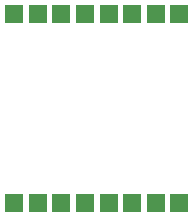
<source format=gbs>
G04 #@! TF.GenerationSoftware,KiCad,Pcbnew,(2017-11-08 revision cd21218)-HEAD*
G04 #@! TF.CreationDate,2018-02-15T18:46:56+02:00*
G04 #@! TF.ProjectId,rfm69w_adapter,72666D3639775F616461707465722E6B,rev?*
G04 #@! TF.SameCoordinates,Original*
G04 #@! TF.FileFunction,Soldermask,Bot*
G04 #@! TF.FilePolarity,Negative*
%FSLAX46Y46*%
G04 Gerber Fmt 4.6, Leading zero omitted, Abs format (unit mm)*
G04 Created by KiCad (PCBNEW (2017-11-08 revision cd21218)-HEAD) date Thu Feb 15 18:46:56 2018*
%MOMM*%
%LPD*%
G01*
G04 APERTURE LIST*
%ADD10R,1.600000X1.600000*%
G04 APERTURE END LIST*
D10*
X131750000Y-79500000D03*
X129750000Y-79500000D03*
X127750000Y-79500000D03*
X125750000Y-79500000D03*
X123750000Y-79500000D03*
X121750000Y-79500000D03*
X119750000Y-79500000D03*
X117750000Y-79500000D03*
X131750000Y-63500000D03*
X129750000Y-63500000D03*
X127750000Y-63500000D03*
X125750000Y-63500000D03*
X123750000Y-63500000D03*
X119750000Y-63500000D03*
X121750000Y-63500000D03*
X117750000Y-63500000D03*
M02*

</source>
